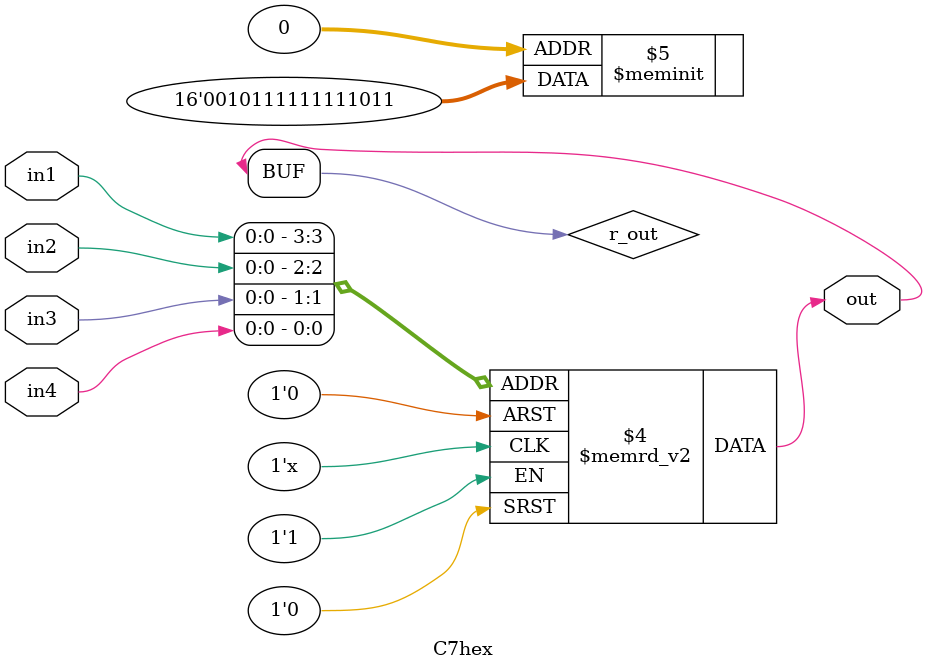
<source format=v>
module C7hex(output out, input in1, in2, in3, in4);
  reg r_out;
  assign out = r_out;
  always@(in1, in2, in3, in4)
    begin
      case({in1, in2, in3, in4})
        4'b0000: out = 1'b1;
        4'b0001: out = 1'b1;
        4'b0010: out = 1'b0;
        4'b0011: out = 1'b1;
        4'b0100: out = 1'b1;
        4'b0101: out = 1'b1;
        4'b0110: out = 1'b1;
        4'b0111: out = 1'b1;
	4'b1000: out = 1'b1;
        4'b1001: out = 1'b1;
        4'b1010: out = 1'b1;
        4'b1011: out = 1'b1;
        4'b1100: out = 1'b0;
        4'b1101: out = 1'b1;
        4'b1110: out = 1'b0;
        4'b1111: out = 1'b0;
	
        default: out = 1'b0;
      endcase
    end
endmodule

</source>
